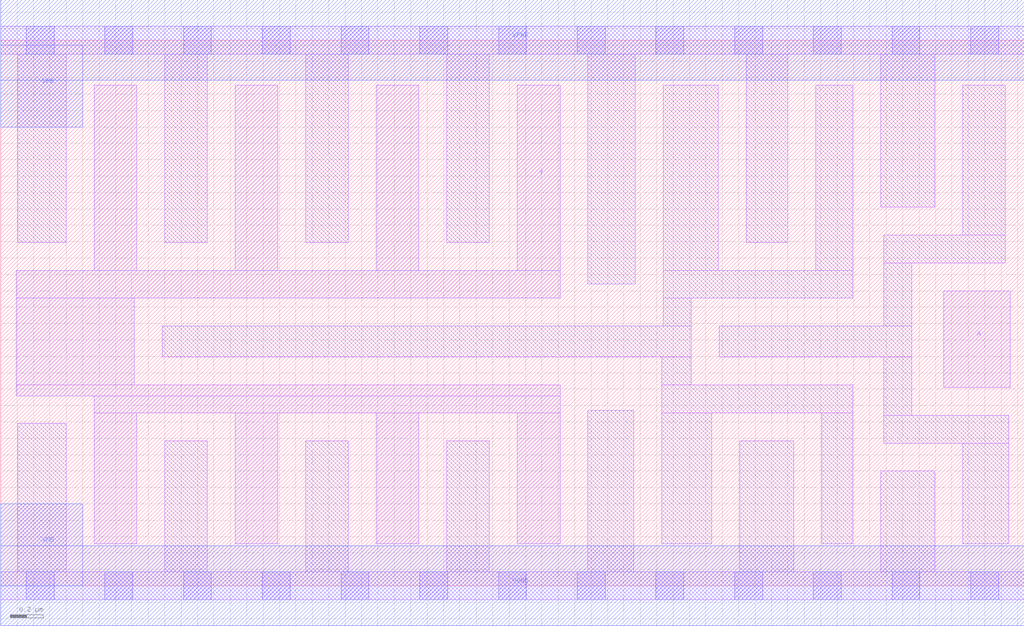
<source format=lef>
# Copyright 2020 The SkyWater PDK Authors
#
# Licensed under the Apache License, Version 2.0 (the "License");
# you may not use this file except in compliance with the License.
# You may obtain a copy of the License at
#
#     https://www.apache.org/licenses/LICENSE-2.0
#
# Unless required by applicable law or agreed to in writing, software
# distributed under the License is distributed on an "AS IS" BASIS,
# WITHOUT WARRANTIES OR CONDITIONS OF ANY KIND, either express or implied.
# See the License for the specific language governing permissions and
# limitations under the License.
#
# SPDX-License-Identifier: Apache-2.0

VERSION 5.5 ;
NAMESCASESENSITIVE ON ;
BUSBITCHARS "[]" ;
DIVIDERCHAR "/" ;
MACRO sky130_fd_sc_lp__bufinv_8
  CLASS CORE ;
  SOURCE USER ;
  ORIGIN  0.000000  0.000000 ;
  SIZE  6.240000 BY  3.330000 ;
  SYMMETRY X Y R90 ;
  SITE unit ;
  PIN A
    ANTENNAGATEAREA  0.315000 ;
    DIRECTION INPUT ;
    USE SIGNAL ;
    PORT
      LAYER li1 ;
        RECT 5.750000 1.210000 6.155000 1.800000 ;
    END
  END A
  PIN Y
    ANTENNADIFFAREA  2.352000 ;
    DIRECTION OUTPUT ;
    USE SIGNAL ;
    PORT
      LAYER li1 ;
        RECT 0.095000 1.160000 3.410000 1.225000 ;
        RECT 0.095000 1.225000 0.815000 1.755000 ;
        RECT 0.095000 1.755000 3.410000 1.925000 ;
        RECT 0.570000 0.255000 0.830000 1.055000 ;
        RECT 0.570000 1.055000 3.410000 1.160000 ;
        RECT 0.570000 1.925000 0.830000 3.055000 ;
        RECT 1.430000 0.255000 1.690000 1.055000 ;
        RECT 1.430000 1.925000 1.690000 3.055000 ;
        RECT 2.290000 0.255000 2.550000 1.055000 ;
        RECT 2.290000 1.925000 2.550000 3.055000 ;
        RECT 3.150000 0.255000 3.410000 1.055000 ;
        RECT 3.150000 1.925000 3.410000 3.055000 ;
    END
  END Y
  PIN VGND
    DIRECTION INOUT ;
    USE GROUND ;
    PORT
      LAYER met1 ;
        RECT 0.000000 -0.245000 6.240000 0.245000 ;
    END
  END VGND
  PIN VNB
    DIRECTION INOUT ;
    USE GROUND ;
    PORT
      LAYER met1 ;
        RECT 0.000000 0.000000 0.500000 0.500000 ;
    END
  END VNB
  PIN VPB
    DIRECTION INOUT ;
    USE POWER ;
    PORT
      LAYER met1 ;
        RECT 0.000000 2.800000 0.500000 3.300000 ;
    END
  END VPB
  PIN VPWR
    DIRECTION INOUT ;
    USE POWER ;
    PORT
      LAYER met1 ;
        RECT 0.000000 3.085000 6.240000 3.575000 ;
    END
  END VPWR
  OBS
    LAYER li1 ;
      RECT 0.000000 -0.085000 6.240000 0.085000 ;
      RECT 0.000000  3.245000 6.240000 3.415000 ;
      RECT 0.105000  0.085000 0.400000 0.990000 ;
      RECT 0.105000  2.095000 0.400000 3.245000 ;
      RECT 0.985000  1.395000 4.210000 1.585000 ;
      RECT 1.000000  0.085000 1.260000 0.885000 ;
      RECT 1.000000  2.095000 1.260000 3.245000 ;
      RECT 1.860000  0.085000 2.120000 0.885000 ;
      RECT 1.860000  2.095000 2.120000 3.245000 ;
      RECT 2.720000  0.085000 2.980000 0.885000 ;
      RECT 2.720000  2.095000 2.980000 3.245000 ;
      RECT 3.580000  0.085000 3.860000 1.070000 ;
      RECT 3.580000  1.840000 3.870000 3.245000 ;
      RECT 4.030000  0.255000 4.335000 1.055000 ;
      RECT 4.030000  1.055000 5.195000 1.225000 ;
      RECT 4.030000  1.225000 4.210000 1.395000 ;
      RECT 4.040000  1.585000 4.210000 1.755000 ;
      RECT 4.040000  1.755000 5.195000 1.925000 ;
      RECT 4.040000  1.925000 4.375000 3.055000 ;
      RECT 4.380000  1.395000 5.555000 1.585000 ;
      RECT 4.505000  0.085000 4.835000 0.885000 ;
      RECT 4.545000  2.095000 4.800000 3.245000 ;
      RECT 4.970000  1.925000 5.195000 3.055000 ;
      RECT 5.005000  0.255000 5.195000 1.055000 ;
      RECT 5.365000  0.085000 5.695000 0.700000 ;
      RECT 5.365000  2.310000 5.695000 3.245000 ;
      RECT 5.385000  0.870000 6.145000 1.040000 ;
      RECT 5.385000  1.040000 5.555000 1.395000 ;
      RECT 5.385000  1.585000 5.555000 1.970000 ;
      RECT 5.385000  1.970000 6.125000 2.140000 ;
      RECT 5.865000  0.255000 6.145000 0.870000 ;
      RECT 5.865000  2.140000 6.125000 3.055000 ;
    LAYER mcon ;
      RECT 0.155000 -0.085000 0.325000 0.085000 ;
      RECT 0.155000  3.245000 0.325000 3.415000 ;
      RECT 0.635000 -0.085000 0.805000 0.085000 ;
      RECT 0.635000  3.245000 0.805000 3.415000 ;
      RECT 1.115000 -0.085000 1.285000 0.085000 ;
      RECT 1.115000  3.245000 1.285000 3.415000 ;
      RECT 1.595000 -0.085000 1.765000 0.085000 ;
      RECT 1.595000  3.245000 1.765000 3.415000 ;
      RECT 2.075000 -0.085000 2.245000 0.085000 ;
      RECT 2.075000  3.245000 2.245000 3.415000 ;
      RECT 2.555000 -0.085000 2.725000 0.085000 ;
      RECT 2.555000  3.245000 2.725000 3.415000 ;
      RECT 3.035000 -0.085000 3.205000 0.085000 ;
      RECT 3.035000  3.245000 3.205000 3.415000 ;
      RECT 3.515000 -0.085000 3.685000 0.085000 ;
      RECT 3.515000  3.245000 3.685000 3.415000 ;
      RECT 3.995000 -0.085000 4.165000 0.085000 ;
      RECT 3.995000  3.245000 4.165000 3.415000 ;
      RECT 4.475000 -0.085000 4.645000 0.085000 ;
      RECT 4.475000  3.245000 4.645000 3.415000 ;
      RECT 4.955000 -0.085000 5.125000 0.085000 ;
      RECT 4.955000  3.245000 5.125000 3.415000 ;
      RECT 5.435000 -0.085000 5.605000 0.085000 ;
      RECT 5.435000  3.245000 5.605000 3.415000 ;
      RECT 5.915000 -0.085000 6.085000 0.085000 ;
      RECT 5.915000  3.245000 6.085000 3.415000 ;
  END
END sky130_fd_sc_lp__bufinv_8

</source>
